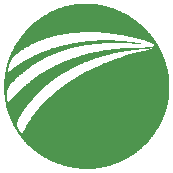
<source format=gbo>
G04 Layer: BottomSilkLayer*
G04 EasyEDA v6.2.46, 2019-12-15T16:49:01--8:00*
G04 3ed96cd0468347919694e972acbd498c,95dd31e7bbc04d03a1fa04b442bf807f,10*
G04 Gerber Generator version 0.2*
G04 Scale: 100 percent, Rotated: No, Reflected: No *
G04 Dimensions in millimeters *
G04 leading zeros omitted , absolute positions ,3 integer and 3 decimal *
%FSLAX33Y33*%
%MOMM*%
G90*
G71D02*


%LPD*%

%LPD*%
G36*
G01X33300Y51849D02*
G01X33188Y51849D01*
G01X33075Y51847D01*
G01X33018Y51845D01*
G01X32963Y51843D01*
G01X32906Y51841D01*
G01X32850Y51838D01*
G01X32739Y51831D01*
G01X32571Y51816D01*
G01X32461Y51804D01*
G01X32405Y51797D01*
G01X32350Y51790D01*
G01X32240Y51774D01*
G01X32185Y51765D01*
G01X32131Y51756D01*
G01X32076Y51747D01*
G01X31966Y51727D01*
G01X31912Y51715D01*
G01X31804Y51693D01*
G01X31750Y51680D01*
G01X31642Y51655D01*
G01X31536Y51628D01*
G01X31429Y51598D01*
G01X31323Y51568D01*
G01X31218Y51535D01*
G01X31113Y51501D01*
G01X31009Y51465D01*
G01X30957Y51446D01*
G01X30906Y51427D01*
G01X30854Y51408D01*
G01X30752Y51368D01*
G01X30700Y51347D01*
G01X30650Y51326D01*
G01X30599Y51305D01*
G01X30549Y51283D01*
G01X30498Y51261D01*
G01X30449Y51238D01*
G01X30398Y51215D01*
G01X30348Y51192D01*
G01X30201Y51120D01*
G01X30152Y51095D01*
G01X30054Y51043D01*
G01X29958Y50991D01*
G01X29910Y50964D01*
G01X29815Y50909D01*
G01X29767Y50881D01*
G01X29721Y50853D01*
G01X29673Y50824D01*
G01X29627Y50795D01*
G01X29580Y50766D01*
G01X29488Y50706D01*
G01X29443Y50676D01*
G01X29397Y50645D01*
G01X29352Y50614D01*
G01X29217Y50518D01*
G01X29173Y50485D01*
G01X29129Y50453D01*
G01X29085Y50419D01*
G01X29042Y50385D01*
G01X28998Y50351D01*
G01X28956Y50317D01*
G01X28912Y50282D01*
G01X28870Y50248D01*
G01X28827Y50212D01*
G01X28786Y50177D01*
G01X28703Y50105D01*
G01X28661Y50068D01*
G01X28620Y50031D01*
G01X28580Y49994D01*
G01X28539Y49956D01*
G01X28499Y49918D01*
G01X28460Y49880D01*
G01X28420Y49841D01*
G01X28381Y49803D01*
G01X28342Y49764D01*
G01X28265Y49684D01*
G01X28189Y49604D01*
G01X28151Y49563D01*
G01X28114Y49522D01*
G01X28078Y49481D01*
G01X28041Y49440D01*
G01X27969Y49356D01*
G01X27898Y49270D01*
G01X27829Y49184D01*
G01X27794Y49140D01*
G01X27760Y49097D01*
G01X27693Y49008D01*
G01X27660Y48964D01*
G01X27595Y48873D01*
G01X27564Y48828D01*
G01X27532Y48782D01*
G01X27470Y48690D01*
G01X27409Y48596D01*
G01X27349Y48502D01*
G01X27320Y48455D01*
G01X27291Y48406D01*
G01X27263Y48359D01*
G01X27235Y48310D01*
G01X27207Y48262D01*
G01X27180Y48213D01*
G01X27126Y48114D01*
G01X27100Y48065D01*
G01X27074Y48015D01*
G01X27024Y47915D01*
G01X26999Y47864D01*
G01X26951Y47762D01*
G01X26928Y47711D01*
G01X26904Y47660D01*
G01X26882Y47608D01*
G01X26859Y47556D01*
G01X26816Y47452D01*
G01X26795Y47399D01*
G01X26774Y47347D01*
G01X26754Y47294D01*
G01X26734Y47240D01*
G01X26715Y47187D01*
G01X26677Y47079D01*
G01X26659Y47026D01*
G01X26641Y46971D01*
G01X26607Y46863D01*
G01X26575Y46753D01*
G01X26544Y46642D01*
G01X26529Y46587D01*
G01X26501Y46475D01*
G01X26488Y46419D01*
G01X26475Y46362D01*
G01X26451Y46249D01*
G01X26439Y46192D01*
G01X26428Y46135D01*
G01X26418Y46078D01*
G01X26407Y46021D01*
G01X26398Y45963D01*
G01X26388Y45905D01*
G01X26379Y45848D01*
G01X26371Y45790D01*
G01X26356Y45673D01*
G01X26343Y45556D01*
G01X26332Y45438D01*
G01X26323Y45319D01*
G01X26318Y45260D01*
G01X26312Y45141D01*
G01X26310Y45081D01*
G01X26308Y45023D01*
G01X26305Y44852D01*
G01X26305Y44738D01*
G01X26307Y44625D01*
G01X26309Y44569D01*
G01X26313Y44458D01*
G01X26319Y44346D01*
G01X26323Y44292D01*
G01X26327Y44236D01*
G01X26331Y44181D01*
G01X26336Y44127D01*
G01X26341Y44072D01*
G01X26346Y44018D01*
G01X26353Y43964D01*
G01X26366Y43856D01*
G01X26373Y43802D01*
G01X26388Y43696D01*
G01X26405Y43590D01*
G01X26414Y43537D01*
G01X26424Y43485D01*
G01X26434Y43432D01*
G01X26444Y43381D01*
G01X26465Y43277D01*
G01X26477Y43225D01*
G01X26489Y43174D01*
G01X26500Y43123D01*
G01X26526Y43022D01*
G01X26539Y42971D01*
G01X26553Y42920D01*
G01X26566Y42871D01*
G01X26581Y42821D01*
G01X26610Y42721D01*
G01X26625Y42672D01*
G01X26657Y42574D01*
G01X26673Y42526D01*
G01X26690Y42477D01*
G01X26724Y42380D01*
G01X26742Y42333D01*
G01X26760Y42285D01*
G01X26778Y42238D01*
G01X26797Y42190D01*
G01X26816Y42144D01*
G01X26835Y42096D01*
G01X26855Y42050D01*
G01X26875Y42003D01*
G01X26896Y41958D01*
G01X26916Y41912D01*
G01X26937Y41866D01*
G01X26958Y41821D01*
G01X26980Y41775D01*
G01X27046Y41640D01*
G01X27092Y41552D01*
G01X27116Y41508D01*
G01X27139Y41464D01*
G01X27164Y41421D01*
G01X27188Y41377D01*
G01X27213Y41334D01*
G01X27237Y41291D01*
G01X27263Y41249D01*
G01X27288Y41206D01*
G01X27366Y41080D01*
G01X27393Y41039D01*
G01X27447Y40956D01*
G01X27475Y40916D01*
G01X27503Y40875D01*
G01X27559Y40795D01*
G01X27588Y40755D01*
G01X27616Y40715D01*
G01X27705Y40598D01*
G01X27765Y40521D01*
G01X27795Y40483D01*
G01X27857Y40407D01*
G01X27888Y40370D01*
G01X27920Y40332D01*
G01X27952Y40296D01*
G01X28016Y40222D01*
G01X28081Y40150D01*
G01X28114Y40114D01*
G01X28180Y40044D01*
G01X28248Y39974D01*
G01X28316Y39905D01*
G01X28351Y39871D01*
G01X28421Y39804D01*
G01X28456Y39771D01*
G01X28527Y39705D01*
G01X28563Y39672D01*
G01X28599Y39640D01*
G01X28636Y39608D01*
G01X28709Y39545D01*
G01X28783Y39483D01*
G01X28858Y39422D01*
G01X28934Y39362D01*
G01X28972Y39333D01*
G01X29011Y39303D01*
G01X29088Y39246D01*
G01X29127Y39217D01*
G01X29205Y39161D01*
G01X29245Y39133D01*
G01X29285Y39106D01*
G01X29324Y39079D01*
G01X29364Y39052D01*
G01X29405Y39026D01*
G01X29445Y38999D01*
G01X29526Y38947D01*
G01X29609Y38897D01*
G01X29691Y38847D01*
G01X29774Y38799D01*
G01X29817Y38775D01*
G01X29901Y38728D01*
G01X29943Y38705D01*
G01X30071Y38638D01*
G01X30114Y38616D01*
G01X30201Y38573D01*
G01X30244Y38553D01*
G01X30287Y38532D01*
G01X30331Y38511D01*
G01X30375Y38492D01*
G01X30463Y38452D01*
G01X30507Y38433D01*
G01X30552Y38414D01*
G01X30596Y38396D01*
G01X30685Y38359D01*
G01X30730Y38342D01*
G01X30775Y38324D01*
G01X30820Y38307D01*
G01X30865Y38291D01*
G01X30911Y38274D01*
G01X30956Y38257D01*
G01X31002Y38242D01*
G01X31047Y38226D01*
G01X31185Y38181D01*
G01X31323Y38139D01*
G01X31370Y38125D01*
G01X31416Y38112D01*
G01X31462Y38100D01*
G01X31509Y38087D01*
G01X31555Y38075D01*
G01X31649Y38051D01*
G01X31743Y38029D01*
G01X31790Y38019D01*
G01X31837Y38008D01*
G01X31885Y37998D01*
G01X31932Y37988D01*
G01X31980Y37979D01*
G01X32027Y37970D01*
G01X32075Y37961D01*
G01X32122Y37953D01*
G01X32170Y37945D01*
G01X32217Y37937D01*
G01X32409Y37909D01*
G01X32505Y37897D01*
G01X32553Y37892D01*
G01X32650Y37882D01*
G01X32698Y37877D01*
G01X32746Y37873D01*
G01X32843Y37866D01*
G01X32891Y37862D01*
G01X32988Y37857D01*
G01X33037Y37855D01*
G01X33085Y37853D01*
G01X33183Y37851D01*
G01X33231Y37850D01*
G01X33280Y37849D01*
G01X33377Y37849D01*
G01X33426Y37850D01*
G01X33523Y37852D01*
G01X33572Y37853D01*
G01X33621Y37855D01*
G01X33767Y37863D01*
G01X33865Y37870D01*
G01X33962Y37878D01*
G01X34060Y37888D01*
G01X34157Y37899D01*
G01X34206Y37905D01*
G01X34303Y37918D01*
G01X34352Y37925D01*
G01X34450Y37941D01*
G01X34498Y37949D01*
G01X34595Y37966D01*
G01X34644Y37976D01*
G01X34692Y37985D01*
G01X34741Y37995D01*
G01X34789Y38006D01*
G01X34838Y38017D01*
G01X34934Y38039D01*
G01X34982Y38051D01*
G01X35031Y38063D01*
G01X35175Y38102D01*
G01X35223Y38116D01*
G01X35271Y38129D01*
G01X35463Y38189D01*
G01X35511Y38205D01*
G01X35558Y38221D01*
G01X35606Y38238D01*
G01X35653Y38255D01*
G01X35701Y38273D01*
G01X35748Y38291D01*
G01X35796Y38309D01*
G01X35843Y38327D01*
G01X35937Y38365D01*
G01X36031Y38405D01*
G01X36171Y38467D01*
G01X36218Y38489D01*
G01X36264Y38511D01*
G01X36311Y38533D01*
G01X36403Y38579D01*
G01X36450Y38603D01*
G01X36495Y38627D01*
G01X36541Y38651D01*
G01X36679Y38726D01*
G01X36724Y38752D01*
G01X36770Y38778D01*
G01X36905Y38859D01*
G01X36995Y38915D01*
G01X37084Y38973D01*
G01X37128Y39003D01*
G01X37217Y39063D01*
G01X37261Y39093D01*
G01X37304Y39124D01*
G01X37349Y39156D01*
G01X37392Y39188D01*
G01X37436Y39220D01*
G01X37522Y39286D01*
G01X37566Y39319D01*
G01X37608Y39353D01*
G01X37694Y39422D01*
G01X37778Y39492D01*
G01X37863Y39565D01*
G01X37947Y39639D01*
G01X37988Y39676D01*
G01X38071Y39753D01*
G01X38153Y39831D01*
G01X38193Y39870D01*
G01X38234Y39911D01*
G01X38314Y39992D01*
G01X38395Y40075D01*
G01X38474Y40160D01*
G01X38552Y40246D01*
G01X38590Y40290D01*
G01X38628Y40333D01*
G01X38739Y40465D01*
G01X38775Y40509D01*
G01X38810Y40553D01*
G01X38880Y40643D01*
G01X38914Y40687D01*
G01X38948Y40732D01*
G01X39014Y40823D01*
G01X39047Y40868D01*
G01X39111Y40960D01*
G01X39142Y41006D01*
G01X39173Y41051D01*
G01X39203Y41098D01*
G01X39233Y41144D01*
G01X39263Y41191D01*
G01X39321Y41284D01*
G01X39377Y41378D01*
G01X39431Y41472D01*
G01X39457Y41519D01*
G01X39484Y41567D01*
G01X39535Y41663D01*
G01X39559Y41710D01*
G01X39584Y41758D01*
G01X39608Y41806D01*
G01X39655Y41903D01*
G01X39677Y41951D01*
G01X39700Y42000D01*
G01X39722Y42048D01*
G01X39785Y42195D01*
G01X39825Y42293D01*
G01X39844Y42342D01*
G01X39864Y42391D01*
G01X39882Y42440D01*
G01X39900Y42490D01*
G01X39918Y42539D01*
G01X39935Y42589D01*
G01X39953Y42638D01*
G01X40001Y42788D01*
G01X40046Y42938D01*
G01X40074Y43038D01*
G01X40100Y43139D01*
G01X40124Y43239D01*
G01X40148Y43341D01*
G01X40158Y43391D01*
G01X40169Y43442D01*
G01X40179Y43492D01*
G01X40189Y43543D01*
G01X40207Y43644D01*
G01X40216Y43695D01*
G01X40232Y43797D01*
G01X40246Y43898D01*
G01X40252Y43949D01*
G01X40259Y44000D01*
G01X40265Y44051D01*
G01X40275Y44153D01*
G01X40279Y44204D01*
G01X40284Y44255D01*
G01X40291Y44357D01*
G01X40294Y44408D01*
G01X40299Y44509D01*
G01X40301Y44561D01*
G01X40303Y44612D01*
G01X40305Y44713D01*
G01X40305Y44866D01*
G01X40303Y44968D01*
G01X40300Y45069D01*
G01X40295Y45171D01*
G01X40288Y45272D01*
G01X40280Y45374D01*
G01X40276Y45424D01*
G01X40271Y45475D01*
G01X40266Y45525D01*
G01X40260Y45576D01*
G01X40254Y45626D01*
G01X40241Y45727D01*
G01X40227Y45827D01*
G01X40211Y45927D01*
G01X40175Y46127D01*
G01X40165Y46176D01*
G01X40154Y46226D01*
G01X40144Y46276D01*
G01X40133Y46325D01*
G01X40109Y46424D01*
G01X40085Y46522D01*
G01X40072Y46571D01*
G01X40045Y46669D01*
G01X40017Y46766D01*
G01X39987Y46864D01*
G01X39972Y46912D01*
G01X39956Y46961D01*
G01X39940Y47008D01*
G01X39924Y47057D01*
G01X39907Y47104D01*
G01X39890Y47153D01*
G01X39872Y47200D01*
G01X39855Y47248D01*
G01X39837Y47295D01*
G01X39780Y47437D01*
G01X39721Y47577D01*
G01X39679Y47671D01*
G01X39637Y47763D01*
G01X39593Y47855D01*
G01X39570Y47901D01*
G01X39547Y47946D01*
G01X39524Y47992D01*
G01X39501Y48037D01*
G01X39477Y48082D01*
G01X39452Y48127D01*
G01X39428Y48172D01*
G01X39403Y48216D01*
G01X39378Y48261D01*
G01X39326Y48349D01*
G01X39300Y48394D01*
G01X39273Y48437D01*
G01X39247Y48481D01*
G01X39219Y48524D01*
G01X39192Y48568D01*
G01X39136Y48654D01*
G01X39107Y48696D01*
G01X39078Y48739D01*
G01X39049Y48781D01*
G01X39019Y48823D01*
G01X38990Y48866D01*
G01X38960Y48907D01*
G01X38930Y48949D01*
G01X38868Y49031D01*
G01X38836Y49072D01*
G01X38740Y49194D01*
G01X38641Y49314D01*
G01X38608Y49353D01*
G01X38573Y49392D01*
G01X38504Y49471D01*
G01X38470Y49509D01*
G01X38434Y49547D01*
G01X38399Y49585D01*
G01X38291Y49699D01*
G01X38217Y49773D01*
G01X38142Y49846D01*
G01X38104Y49882D01*
G01X38065Y49918D01*
G01X37988Y49989D01*
G01X37910Y50059D01*
G01X37870Y50094D01*
G01X37830Y50128D01*
G01X37748Y50197D01*
G01X37708Y50230D01*
G01X37666Y50263D01*
G01X37625Y50297D01*
G01X37499Y50394D01*
G01X37455Y50426D01*
G01X37413Y50458D01*
G01X37325Y50520D01*
G01X37282Y50551D01*
G01X37237Y50582D01*
G01X37148Y50642D01*
G01X37058Y50700D01*
G01X36920Y50787D01*
G01X36826Y50843D01*
G01X36732Y50897D01*
G01X36684Y50924D01*
G01X36636Y50950D01*
G01X36588Y50977D01*
G01X36540Y51003D01*
G01X36491Y51028D01*
G01X36442Y51054D01*
G01X36393Y51078D01*
G01X36293Y51127D01*
G01X36243Y51151D01*
G01X36192Y51174D01*
G01X36142Y51198D01*
G01X36091Y51221D01*
G01X36040Y51243D01*
G01X35884Y51309D01*
G01X35832Y51330D01*
G01X35779Y51351D01*
G01X35673Y51391D01*
G01X35619Y51411D01*
G01X35566Y51430D01*
G01X35512Y51449D01*
G01X35403Y51486D01*
G01X35348Y51504D01*
G01X35293Y51521D01*
G01X35238Y51539D01*
G01X35183Y51555D01*
G01X35127Y51572D01*
G01X35014Y51603D01*
G01X34958Y51618D01*
G01X34901Y51633D01*
G01X34786Y51662D01*
G01X34728Y51675D01*
G01X34671Y51689D01*
G01X34613Y51701D01*
G01X34556Y51713D01*
G01X34441Y51736D01*
G01X34383Y51746D01*
G01X34327Y51757D01*
G01X34212Y51775D01*
G01X34154Y51783D01*
G01X34040Y51799D01*
G01X33983Y51805D01*
G01X33926Y51812D01*
G01X33812Y51823D01*
G01X33755Y51828D01*
G01X33698Y51832D01*
G01X33584Y51839D01*
G01X33527Y51842D01*
G01X33471Y51844D01*
G01X33357Y51848D01*
G01X33300Y51849D01*
G37*

%LPC*%
G36*
G01X38118Y47853D02*
G01X38950Y48048D01*
G01X38340Y48013D01*
G01X38297Y48011D01*
G01X38250Y48008D01*
G01X38201Y48003D01*
G01X38149Y47999D01*
G01X38095Y47995D01*
G01X38038Y47990D01*
G01X37980Y47985D01*
G01X37920Y47979D01*
G01X37796Y47967D01*
G01X37732Y47960D01*
G01X37667Y47954D01*
G01X37602Y47947D01*
G01X37536Y47939D01*
G01X37470Y47932D01*
G01X37404Y47924D01*
G01X37338Y47917D01*
G01X37273Y47908D01*
G01X37208Y47900D01*
G01X37082Y47884D01*
G01X36962Y47868D01*
G01X36904Y47860D01*
G01X36764Y47839D01*
G01X36694Y47829D01*
G01X36624Y47818D01*
G01X36555Y47806D01*
G01X36486Y47795D01*
G01X36416Y47784D01*
G01X36348Y47771D01*
G01X36210Y47747D01*
G01X36006Y47708D01*
G01X35803Y47667D01*
G01X35735Y47653D01*
G01X35668Y47638D01*
G01X35601Y47624D01*
G01X35402Y47578D01*
G01X35269Y47547D01*
G01X35204Y47531D01*
G01X35138Y47514D01*
G01X35073Y47498D01*
G01X35007Y47481D01*
G01X34877Y47446D01*
G01X34748Y47411D01*
G01X34620Y47375D01*
G01X34492Y47337D01*
G01X34429Y47318D01*
G01X34365Y47299D01*
G01X34239Y47259D01*
G01X34177Y47239D01*
G01X34052Y47199D01*
G01X33866Y47136D01*
G01X33804Y47114D01*
G01X33743Y47093D01*
G01X33682Y47071D01*
G01X33560Y47026D01*
G01X33500Y47004D01*
G01X33440Y46981D01*
G01X33379Y46957D01*
G01X33319Y46934D01*
G01X33260Y46911D01*
G01X33141Y46863D01*
G01X33023Y46814D01*
G01X32964Y46789D01*
G01X32906Y46764D01*
G01X32848Y46740D01*
G01X32789Y46714D01*
G01X32732Y46688D01*
G01X32674Y46662D01*
G01X32560Y46610D01*
G01X32502Y46584D01*
G01X32446Y46557D01*
G01X32389Y46530D01*
G01X32333Y46502D01*
G01X32277Y46475D01*
G01X32221Y46447D01*
G01X32166Y46420D01*
G01X32110Y46391D01*
G01X32055Y46363D01*
G01X31999Y46334D01*
G01X31945Y46306D01*
G01X31890Y46276D01*
G01X31782Y46218D01*
G01X31674Y46158D01*
G01X31621Y46128D01*
G01X31514Y46067D01*
G01X31462Y46036D01*
G01X31409Y46005D01*
G01X31357Y45974D01*
G01X31305Y45942D01*
G01X31253Y45911D01*
G01X31150Y45847D01*
G01X30946Y45715D01*
G01X30896Y45682D01*
G01X30796Y45615D01*
G01X30747Y45581D01*
G01X30697Y45547D01*
G01X30649Y45513D01*
G01X30599Y45478D01*
G01X30551Y45444D01*
G01X30502Y45409D01*
G01X30455Y45374D01*
G01X30406Y45338D01*
G01X30359Y45302D01*
G01X30311Y45266D01*
G01X30217Y45194D01*
G01X30171Y45158D01*
G01X30124Y45121D01*
G01X29986Y45010D01*
G01X29941Y44972D01*
G01X29895Y44935D01*
G01X29806Y44858D01*
G01X29761Y44820D01*
G01X29673Y44743D01*
G01X29629Y44704D01*
G01X29586Y44664D01*
G01X29542Y44625D01*
G01X29457Y44546D01*
G01X29414Y44505D01*
G01X29330Y44425D01*
G01X29164Y44261D01*
G01X29124Y44219D01*
G01X29084Y44178D01*
G01X29043Y44136D01*
G01X28964Y44052D01*
G01X28924Y44009D01*
G01X28846Y43924D01*
G01X28807Y43881D01*
G01X28769Y43837D01*
G01X28730Y43794D01*
G01X28655Y43706D01*
G01X28581Y43618D01*
G01X28507Y43528D01*
G01X28471Y43484D01*
G01X28399Y43393D01*
G01X28364Y43348D01*
G01X28224Y43164D01*
G01X28190Y43118D01*
G01X28156Y43071D01*
G01X28057Y42930D01*
G01X28024Y42882D01*
G01X27991Y42835D01*
G01X27927Y42739D01*
G01X27833Y42594D01*
G01X27802Y42546D01*
G01X27772Y42496D01*
G01X27741Y42447D01*
G01X27711Y42398D01*
G01X27681Y42348D01*
G01X27652Y42299D01*
G01X27600Y42209D01*
G01X27553Y42126D01*
G01X27511Y42050D01*
G01X27475Y41979D01*
G01X27444Y41913D01*
G01X27418Y41852D01*
G01X27397Y41795D01*
G01X27382Y41741D01*
G01X27371Y41691D01*
G01X27365Y41642D01*
G01X27365Y41595D01*
G01X27370Y41548D01*
G01X27379Y41503D01*
G01X27393Y41456D01*
G01X27413Y41410D01*
G01X27437Y41361D01*
G01X27466Y41311D01*
G01X27500Y41258D01*
G01X27538Y41201D01*
G01X27581Y41141D01*
G01X27816Y40820D01*
G01X28117Y41374D01*
G01X28192Y41509D01*
G01X28270Y41644D01*
G01X28297Y41689D01*
G01X28324Y41733D01*
G01X28351Y41778D01*
G01X28378Y41822D01*
G01X28434Y41911D01*
G01X28491Y41999D01*
G01X28549Y42086D01*
G01X28609Y42174D01*
G01X28699Y42303D01*
G01X28761Y42390D01*
G01X28793Y42432D01*
G01X28889Y42560D01*
G01X28921Y42602D01*
G01X28954Y42645D01*
G01X28988Y42687D01*
G01X29021Y42729D01*
G01X29055Y42771D01*
G01X29123Y42854D01*
G01X29157Y42896D01*
G01X29192Y42938D01*
G01X29262Y43020D01*
G01X29298Y43062D01*
G01X29334Y43102D01*
G01X29370Y43143D01*
G01X29443Y43225D01*
G01X29517Y43305D01*
G01X29555Y43346D01*
G01X29707Y43506D01*
G01X29746Y43546D01*
G01X29864Y43664D01*
G01X29944Y43742D01*
G01X30025Y43820D01*
G01X30066Y43859D01*
G01X30107Y43897D01*
G01X30149Y43935D01*
G01X30190Y43974D01*
G01X30274Y44050D01*
G01X30360Y44126D01*
G01X30402Y44163D01*
G01X30445Y44201D01*
G01X30489Y44238D01*
G01X30533Y44276D01*
G01X30621Y44350D01*
G01X30710Y44423D01*
G01X30755Y44460D01*
G01X30800Y44496D01*
G01X30845Y44533D01*
G01X30983Y44641D01*
G01X31030Y44677D01*
G01X31076Y44713D01*
G01X31123Y44748D01*
G01X31218Y44819D01*
G01X31313Y44889D01*
G01X31507Y45027D01*
G01X31556Y45062D01*
G01X31655Y45130D01*
G01X31705Y45164D01*
G01X31755Y45197D01*
G01X31805Y45231D01*
G01X31856Y45264D01*
G01X31906Y45297D01*
G01X31957Y45331D01*
G01X32009Y45364D01*
G01X32060Y45396D01*
G01X32112Y45429D01*
G01X32215Y45494D01*
G01X32268Y45526D01*
G01X32320Y45559D01*
G01X32373Y45590D01*
G01X32479Y45654D01*
G01X32533Y45686D01*
G01X32587Y45717D01*
G01X32694Y45779D01*
G01X32804Y45841D01*
G01X32913Y45902D01*
G01X32969Y45933D01*
G01X33024Y45963D01*
G01X33192Y46053D01*
G01X33304Y46112D01*
G01X33418Y46170D01*
G01X33590Y46257D01*
G01X33648Y46285D01*
G01X33707Y46313D01*
G01X33765Y46342D01*
G01X33823Y46370D01*
G01X33941Y46426D01*
G01X34000Y46453D01*
G01X34119Y46508D01*
G01X34299Y46589D01*
G01X34420Y46642D01*
G01X34481Y46668D01*
G01X34602Y46720D01*
G01X34725Y46772D01*
G01X34911Y46847D01*
G01X35036Y46897D01*
G01X35099Y46922D01*
G01X35225Y46971D01*
G01X35289Y46995D01*
G01X35352Y47019D01*
G01X35416Y47042D01*
G01X35544Y47090D01*
G01X35608Y47113D01*
G01X35738Y47159D01*
G01X35802Y47182D01*
G01X35867Y47204D01*
G01X35933Y47227D01*
G01X35998Y47249D01*
G01X36262Y47337D01*
G01X36395Y47380D01*
G01X36462Y47400D01*
G01X36663Y47463D01*
G01X37003Y47563D01*
G01X37208Y47621D01*
G01X37416Y47677D01*
G01X37555Y47714D01*
G01X37695Y47750D01*
G01X37765Y47767D01*
G01X37835Y47785D01*
G01X37977Y47820D01*
G01X38047Y47836D01*
G01X38118Y47853D01*
G37*
G36*
G01X33792Y49433D02*
G01X33626Y49433D01*
G01X33567Y49432D01*
G01X33507Y49431D01*
G01X33445Y49430D01*
G01X33382Y49428D01*
G01X33318Y49426D01*
G01X33253Y49424D01*
G01X33121Y49418D01*
G01X33053Y49415D01*
G01X32984Y49412D01*
G01X32915Y49408D01*
G01X32776Y49399D01*
G01X32706Y49395D01*
G01X32635Y49390D01*
G01X32565Y49385D01*
G01X32424Y49374D01*
G01X32353Y49367D01*
G01X32213Y49355D01*
G01X32075Y49342D01*
G01X32006Y49334D01*
G01X31938Y49327D01*
G01X31872Y49319D01*
G01X31806Y49312D01*
G01X31741Y49304D01*
G01X31677Y49296D01*
G01X31614Y49287D01*
G01X31553Y49279D01*
G01X31404Y49257D01*
G01X31329Y49245D01*
G01X31254Y49232D01*
G01X31180Y49219D01*
G01X31105Y49205D01*
G01X31031Y49191D01*
G01X30957Y49175D01*
G01X30883Y49160D01*
G01X30737Y49128D01*
G01X30663Y49110D01*
G01X30590Y49093D01*
G01X30517Y49075D01*
G01X30445Y49056D01*
G01X30372Y49037D01*
G01X30301Y49017D01*
G01X30157Y48977D01*
G01X30086Y48956D01*
G01X29945Y48912D01*
G01X29875Y48890D01*
G01X29805Y48867D01*
G01X29736Y48844D01*
G01X29668Y48820D01*
G01X29599Y48796D01*
G01X29531Y48772D01*
G01X29464Y48747D01*
G01X29396Y48721D01*
G01X29330Y48696D01*
G01X29198Y48644D01*
G01X29133Y48617D01*
G01X29069Y48590D01*
G01X29005Y48562D01*
G01X28879Y48506D01*
G01X28817Y48477D01*
G01X28755Y48449D01*
G01X28694Y48420D01*
G01X28634Y48391D01*
G01X28457Y48301D01*
G01X28286Y48208D01*
G01X28176Y48146D01*
G01X28122Y48114D01*
G01X28070Y48082D01*
G01X28017Y48050D01*
G01X27965Y48018D01*
G01X27865Y47952D01*
G01X27816Y47919D01*
G01X27768Y47886D01*
G01X27674Y47820D01*
G01X27629Y47786D01*
G01X27584Y47753D01*
G01X27541Y47718D01*
G01X27498Y47684D01*
G01X27456Y47650D01*
G01X27376Y47582D01*
G01X27338Y47547D01*
G01X27300Y47513D01*
G01X27263Y47478D01*
G01X27228Y47444D01*
G01X27160Y47374D01*
G01X27128Y47339D01*
G01X27097Y47304D01*
G01X27067Y47269D01*
G01X27038Y47234D01*
G01X27010Y47199D01*
G01X26983Y47164D01*
G01X26958Y47129D01*
G01X26934Y47094D01*
G01X26911Y47059D01*
G01X26889Y47024D01*
G01X26849Y46954D01*
G01X26815Y46884D01*
G01X26800Y46850D01*
G01X26785Y46815D01*
G01X26773Y46780D01*
G01X26761Y46746D01*
G01X26751Y46711D01*
G01X26716Y46581D01*
G01X26685Y46467D01*
G01X26659Y46369D01*
G01X26639Y46286D01*
G01X26623Y46218D01*
G01X26612Y46162D01*
G01X26607Y46120D01*
G01X26606Y46089D01*
G01X26611Y46069D01*
G01X26621Y46059D01*
G01X26637Y46059D01*
G01X26658Y46067D01*
G01X26685Y46082D01*
G01X26717Y46105D01*
G01X26755Y46134D01*
G01X26799Y46167D01*
G01X26889Y46237D01*
G01X27073Y46373D01*
G01X27120Y46406D01*
G01X27166Y46439D01*
G01X27260Y46505D01*
G01X27354Y46570D01*
G01X27402Y46602D01*
G01X27449Y46633D01*
G01X27497Y46665D01*
G01X27545Y46696D01*
G01X27642Y46758D01*
G01X27690Y46789D01*
G01X27788Y46850D01*
G01X27836Y46880D01*
G01X27935Y46939D01*
G01X27985Y46968D01*
G01X28034Y46997D01*
G01X28084Y47026D01*
G01X28184Y47082D01*
G01X28285Y47138D01*
G01X28336Y47166D01*
G01X28387Y47193D01*
G01X28437Y47221D01*
G01X28489Y47248D01*
G01X28591Y47300D01*
G01X28643Y47327D01*
G01X28694Y47353D01*
G01X28747Y47379D01*
G01X28903Y47454D01*
G01X28956Y47479D01*
G01X29008Y47504D01*
G01X29167Y47576D01*
G01X29327Y47646D01*
G01X29381Y47669D01*
G01X29489Y47713D01*
G01X29543Y47736D01*
G01X29652Y47779D01*
G01X29707Y47801D01*
G01X29761Y47822D01*
G01X29871Y47864D01*
G01X29926Y47884D01*
G01X29982Y47904D01*
G01X30092Y47944D01*
G01X30148Y47964D01*
G01X30372Y48040D01*
G01X30485Y48076D01*
G01X30542Y48094D01*
G01X30599Y48111D01*
G01X30656Y48129D01*
G01X30770Y48163D01*
G01X30827Y48179D01*
G01X30884Y48196D01*
G01X31000Y48228D01*
G01X31057Y48244D01*
G01X31231Y48289D01*
G01X31348Y48318D01*
G01X31407Y48333D01*
G01X31465Y48346D01*
G01X31583Y48374D01*
G01X31760Y48413D01*
G01X31938Y48449D01*
G01X32058Y48473D01*
G01X32298Y48517D01*
G01X32479Y48547D01*
G01X32540Y48556D01*
G01X32601Y48566D01*
G01X32662Y48575D01*
G01X32784Y48592D01*
G01X32845Y48600D01*
G01X32968Y48617D01*
G01X33029Y48624D01*
G01X33152Y48638D01*
G01X33214Y48646D01*
G01X33524Y48676D01*
G01X33586Y48681D01*
G01X33711Y48691D01*
G01X33774Y48696D01*
G01X33837Y48700D01*
G01X33963Y48709D01*
G01X34089Y48715D01*
G01X34152Y48719D01*
G01X34215Y48721D01*
G01X34342Y48726D01*
G01X34469Y48730D01*
G01X34532Y48732D01*
G01X34852Y48737D01*
G01X34980Y48737D01*
G01X35045Y48736D01*
G01X35109Y48735D01*
G01X35238Y48733D01*
G01X35367Y48730D01*
G01X35497Y48726D01*
G01X35627Y48721D01*
G01X35822Y48712D01*
G01X35952Y48704D01*
G01X36018Y48700D01*
G01X36149Y48691D01*
G01X36280Y48681D01*
G01X36411Y48669D01*
G01X36477Y48663D01*
G01X36542Y48657D01*
G01X36675Y48644D01*
G01X36807Y48630D01*
G01X36873Y48622D01*
G01X36939Y48615D01*
G01X37071Y48598D01*
G01X37204Y48581D01*
G01X37271Y48572D01*
G01X37338Y48562D01*
G01X37404Y48553D01*
G01X37471Y48543D01*
G01X37537Y48533D01*
G01X37604Y48523D01*
G01X37671Y48512D01*
G01X37737Y48501D01*
G01X37871Y48479D01*
G01X38005Y48455D01*
G01X38572Y48353D01*
G01X38081Y48397D01*
G01X38001Y48404D01*
G01X37923Y48410D01*
G01X37767Y48423D01*
G01X37689Y48429D01*
G01X37535Y48440D01*
G01X37381Y48450D01*
G01X37229Y48460D01*
G01X37153Y48464D01*
G01X37003Y48472D01*
G01X36853Y48478D01*
G01X36779Y48482D01*
G01X36631Y48488D01*
G01X36557Y48490D01*
G01X36338Y48496D01*
G01X36266Y48498D01*
G01X36193Y48499D01*
G01X36122Y48500D01*
G01X36050Y48501D01*
G01X35907Y48502D01*
G01X35766Y48502D01*
G01X35555Y48500D01*
G01X35486Y48499D01*
G01X35279Y48495D01*
G01X35141Y48491D01*
G01X35073Y48488D01*
G01X35006Y48485D01*
G01X34938Y48483D01*
G01X34871Y48479D01*
G01X34737Y48472D01*
G01X34670Y48468D01*
G01X34604Y48464D01*
G01X34537Y48460D01*
G01X34472Y48455D01*
G01X34406Y48451D01*
G01X34341Y48445D01*
G01X34275Y48440D01*
G01X34210Y48435D01*
G01X34081Y48423D01*
G01X34017Y48416D01*
G01X33889Y48403D01*
G01X33762Y48389D01*
G01X33636Y48374D01*
G01X33511Y48358D01*
G01X33449Y48349D01*
G01X33387Y48341D01*
G01X33325Y48332D01*
G01X33264Y48322D01*
G01X33202Y48313D01*
G01X33080Y48294D01*
G01X32960Y48273D01*
G01X32899Y48263D01*
G01X32779Y48240D01*
G01X32720Y48229D01*
G01X32660Y48217D01*
G01X32601Y48206D01*
G01X32542Y48193D01*
G01X32484Y48181D01*
G01X32367Y48156D01*
G01X32308Y48143D01*
G01X32250Y48129D01*
G01X32193Y48116D01*
G01X32135Y48102D01*
G01X32021Y48074D01*
G01X31907Y48044D01*
G01X31794Y48014D01*
G01X31682Y47982D01*
G01X31571Y47950D01*
G01X31515Y47933D01*
G01X31460Y47917D01*
G01X31351Y47882D01*
G01X31296Y47864D01*
G01X31242Y47846D01*
G01X31187Y47828D01*
G01X31079Y47792D01*
G01X31026Y47773D01*
G01X30919Y47734D01*
G01X30866Y47714D01*
G01X30760Y47675D01*
G01X30707Y47654D01*
G01X30602Y47613D01*
G01X30551Y47591D01*
G01X30498Y47570D01*
G01X30447Y47549D01*
G01X30395Y47527D01*
G01X30293Y47482D01*
G01X30241Y47459D01*
G01X30190Y47437D01*
G01X30140Y47413D01*
G01X30089Y47390D01*
G01X30039Y47366D01*
G01X29988Y47343D01*
G01X29938Y47318D01*
G01X29888Y47294D01*
G01X29838Y47269D01*
G01X29789Y47244D01*
G01X29739Y47219D01*
G01X29494Y47089D01*
G01X29446Y47062D01*
G01X29397Y47035D01*
G01X29349Y47007D01*
G01X29301Y46980D01*
G01X29205Y46924D01*
G01X29158Y46896D01*
G01X29110Y46867D01*
G01X29063Y46838D01*
G01X29015Y46809D01*
G01X28969Y46779D01*
G01X28921Y46750D01*
G01X28828Y46690D01*
G01X28782Y46659D01*
G01X28735Y46628D01*
G01X28597Y46535D01*
G01X28505Y46471D01*
G01X28414Y46406D01*
G01X28324Y46340D01*
G01X28278Y46306D01*
G01X28234Y46273D01*
G01X28144Y46205D01*
G01X28055Y46136D01*
G01X27966Y46065D01*
G01X27922Y46030D01*
G01X27878Y45994D01*
G01X27791Y45922D01*
G01X27747Y45885D01*
G01X27674Y45824D01*
G01X27604Y45763D01*
G01X27537Y45705D01*
G01X27472Y45647D01*
G01X27409Y45591D01*
G01X27349Y45537D01*
G01X27292Y45483D01*
G01X27236Y45430D01*
G01X27184Y45379D01*
G01X27133Y45328D01*
G01X27039Y45230D01*
G01X26996Y45182D01*
G01X26954Y45135D01*
G01X26915Y45089D01*
G01X26878Y45043D01*
G01X26843Y44998D01*
G01X26810Y44952D01*
G01X26779Y44908D01*
G01X26750Y44864D01*
G01X26723Y44820D01*
G01X26698Y44777D01*
G01X26675Y44734D01*
G01X26653Y44691D01*
G01X26634Y44648D01*
G01X26616Y44604D01*
G01X26600Y44561D01*
G01X26586Y44518D01*
G01X26573Y44474D01*
G01X26562Y44431D01*
G01X26553Y44387D01*
G01X26545Y44342D01*
G01X26539Y44298D01*
G01X26534Y44252D01*
G01X26531Y44206D01*
G01X26529Y44159D01*
G01X26529Y44112D01*
G01X26530Y44064D01*
G01X26532Y44016D01*
G01X26540Y43916D01*
G01X26547Y43864D01*
G01X26554Y43811D01*
G01X26562Y43758D01*
G01X26608Y43485D01*
G01X27525Y44398D01*
G01X27648Y44518D01*
G01X27771Y44635D01*
G01X27813Y44674D01*
G01X27897Y44751D01*
G01X28067Y44903D01*
G01X28153Y44977D01*
G01X28197Y45014D01*
G01X28240Y45051D01*
G01X28284Y45087D01*
G01X28328Y45124D01*
G01X28372Y45160D01*
G01X28460Y45231D01*
G01X28595Y45336D01*
G01X28640Y45372D01*
G01X28730Y45440D01*
G01X28822Y45508D01*
G01X28961Y45609D01*
G01X29007Y45642D01*
G01X29054Y45674D01*
G01X29101Y45707D01*
G01X29195Y45771D01*
G01X29339Y45867D01*
G01X29386Y45898D01*
G01X29435Y45929D01*
G01X29483Y45960D01*
G01X29532Y45991D01*
G01X29580Y46021D01*
G01X29630Y46051D01*
G01X29678Y46081D01*
G01X29728Y46111D01*
G01X29777Y46141D01*
G01X29927Y46228D01*
G01X30078Y46313D01*
G01X30179Y46369D01*
G01X30282Y46424D01*
G01X30385Y46478D01*
G01X30436Y46505D01*
G01X30489Y46531D01*
G01X30540Y46558D01*
G01X30645Y46610D01*
G01X30698Y46635D01*
G01X30751Y46661D01*
G01X30910Y46736D01*
G01X30964Y46760D01*
G01X31017Y46785D01*
G01X31072Y46809D01*
G01X31126Y46833D01*
G01X31180Y46856D01*
G01X31289Y46903D01*
G01X31398Y46949D01*
G01X31565Y47016D01*
G01X31676Y47060D01*
G01X31788Y47102D01*
G01X31844Y47124D01*
G01X31901Y47144D01*
G01X31958Y47165D01*
G01X32072Y47205D01*
G01X32244Y47265D01*
G01X32476Y47341D01*
G01X32534Y47359D01*
G01X32711Y47413D01*
G01X32889Y47465D01*
G01X32948Y47482D01*
G01X33068Y47515D01*
G01X33128Y47531D01*
G01X33189Y47547D01*
G01X33249Y47563D01*
G01X33310Y47579D01*
G01X33493Y47624D01*
G01X33616Y47653D01*
G01X33677Y47668D01*
G01X33739Y47681D01*
G01X33801Y47696D01*
G01X33864Y47709D01*
G01X33926Y47723D01*
G01X33989Y47736D01*
G01X34051Y47748D01*
G01X34177Y47774D01*
G01X34431Y47822D01*
G01X34559Y47844D01*
G01X34624Y47855D01*
G01X34753Y47876D01*
G01X34817Y47887D01*
G01X34882Y47897D01*
G01X34947Y47906D01*
G01X35078Y47926D01*
G01X35209Y47944D01*
G01X35475Y47978D01*
G01X35608Y47993D01*
G01X35675Y48000D01*
G01X35742Y48008D01*
G01X35809Y48015D01*
G01X35876Y48021D01*
G01X35945Y48028D01*
G01X36012Y48034D01*
G01X36080Y48041D01*
G01X36216Y48052D01*
G01X36423Y48067D01*
G01X36491Y48073D01*
G01X36560Y48077D01*
G01X36630Y48081D01*
G01X36769Y48089D01*
G01X36839Y48093D01*
G01X36909Y48096D01*
G01X37049Y48103D01*
G01X37261Y48110D01*
G01X37474Y48116D01*
G01X37546Y48117D01*
G01X37689Y48119D01*
G01X37761Y48120D01*
G01X37905Y48121D01*
G01X38032Y48121D01*
G01X38084Y48122D01*
G01X38135Y48123D01*
G01X38184Y48123D01*
G01X38232Y48125D01*
G01X38278Y48126D01*
G01X38323Y48128D01*
G01X38366Y48130D01*
G01X38408Y48133D01*
G01X38447Y48136D01*
G01X38486Y48138D01*
G01X38523Y48141D01*
G01X38559Y48145D01*
G01X38593Y48148D01*
G01X38625Y48152D01*
G01X38656Y48156D01*
G01X38686Y48161D01*
G01X38714Y48166D01*
G01X38741Y48170D01*
G01X38766Y48175D01*
G01X38790Y48180D01*
G01X38813Y48186D01*
G01X38834Y48191D01*
G01X38853Y48198D01*
G01X38872Y48204D01*
G01X38889Y48210D01*
G01X38905Y48216D01*
G01X38919Y48223D01*
G01X38932Y48230D01*
G01X38944Y48237D01*
G01X38954Y48244D01*
G01X38963Y48252D01*
G01X38971Y48260D01*
G01X38978Y48268D01*
G01X38983Y48275D01*
G01X38987Y48283D01*
G01X38990Y48292D01*
G01X38992Y48300D01*
G01X38992Y48309D01*
G01X38991Y48318D01*
G01X38989Y48327D01*
G01X38986Y48336D01*
G01X38976Y48354D01*
G01X38962Y48374D01*
G01X38952Y48383D01*
G01X38942Y48394D01*
G01X38931Y48404D01*
G01X38919Y48414D01*
G01X38891Y48434D01*
G01X38859Y48456D01*
G01X38841Y48466D01*
G01X38803Y48488D01*
G01X38782Y48499D01*
G01X38738Y48521D01*
G01X38714Y48532D01*
G01X38689Y48544D01*
G01X38663Y48555D01*
G01X38609Y48579D01*
G01X38581Y48590D01*
G01X38551Y48601D01*
G01X38521Y48613D01*
G01X38490Y48625D01*
G01X38391Y48661D01*
G01X38356Y48673D01*
G01X38284Y48697D01*
G01X38170Y48733D01*
G01X38130Y48745D01*
G01X38089Y48757D01*
G01X38048Y48770D01*
G01X38006Y48782D01*
G01X37963Y48793D01*
G01X37920Y48806D01*
G01X37875Y48818D01*
G01X37831Y48830D01*
G01X37739Y48854D01*
G01X37692Y48867D01*
G01X37644Y48879D01*
G01X37596Y48890D01*
G01X37546Y48903D01*
G01X37497Y48915D01*
G01X37395Y48939D01*
G01X37292Y48962D01*
G01X37186Y48986D01*
G01X37077Y49009D01*
G01X37022Y49020D01*
G01X36966Y49032D01*
G01X36910Y49043D01*
G01X36853Y49055D01*
G01X36796Y49066D01*
G01X36681Y49089D01*
G01X36622Y49100D01*
G01X36563Y49110D01*
G01X36383Y49143D01*
G01X36322Y49153D01*
G01X36261Y49164D01*
G01X36075Y49194D01*
G01X36012Y49204D01*
G01X35948Y49214D01*
G01X35821Y49233D01*
G01X35757Y49242D01*
G01X35692Y49252D01*
G01X35497Y49279D01*
G01X35431Y49288D01*
G01X35299Y49304D01*
G01X35232Y49313D01*
G01X35165Y49321D01*
G01X35099Y49328D01*
G01X35031Y49336D01*
G01X34964Y49344D01*
G01X34897Y49351D01*
G01X34828Y49358D01*
G01X34761Y49365D01*
G01X34693Y49372D01*
G01X34624Y49379D01*
G01X34556Y49385D01*
G01X34419Y49397D01*
G01X34350Y49403D01*
G01X34074Y49423D01*
G01X34032Y49426D01*
G01X33989Y49428D01*
G01X33943Y49430D01*
G01X33895Y49431D01*
G01X33844Y49432D01*
G01X33792Y49433D01*
G37*

%LPD*%
M00*
M02*

</source>
